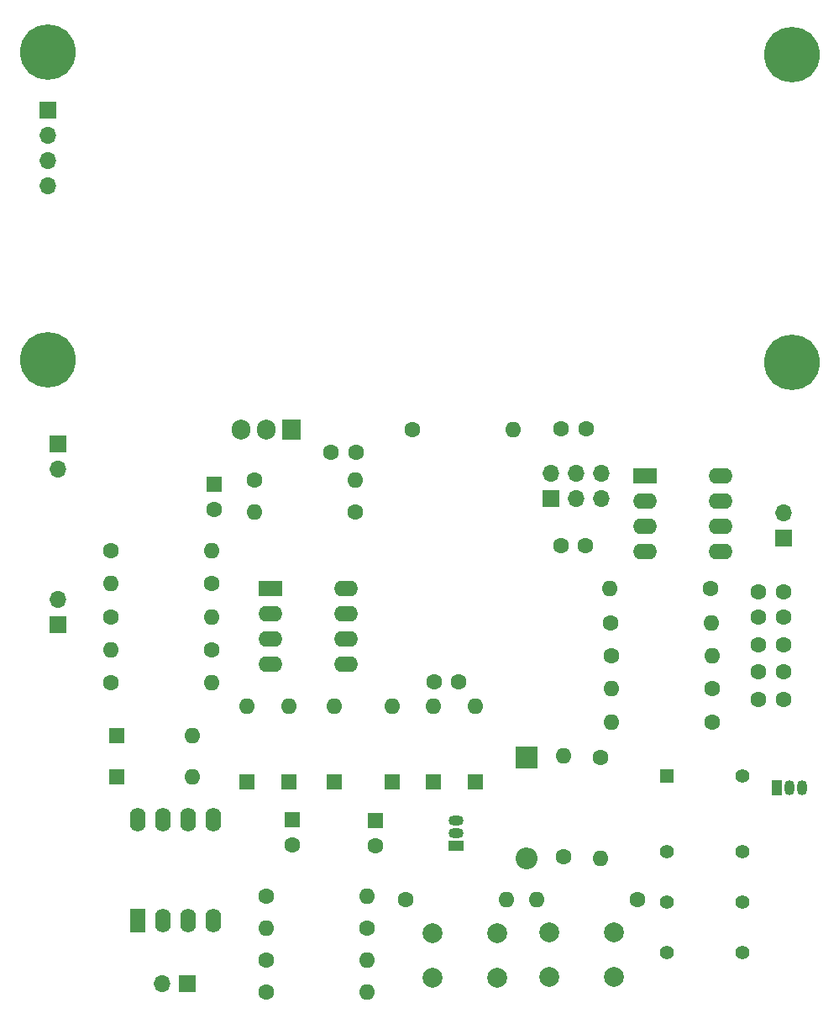
<source format=gbr>
%TF.GenerationSoftware,KiCad,Pcbnew,7.0.6*%
%TF.CreationDate,2023-07-25T17:39:36+01:00*%
%TF.ProjectId,Coursework,436f7572-7365-4776-9f72-6b2e6b696361,rev?*%
%TF.SameCoordinates,Original*%
%TF.FileFunction,Soldermask,Bot*%
%TF.FilePolarity,Negative*%
%FSLAX46Y46*%
G04 Gerber Fmt 4.6, Leading zero omitted, Abs format (unit mm)*
G04 Created by KiCad (PCBNEW 7.0.6) date 2023-07-25 17:39:36*
%MOMM*%
%LPD*%
G01*
G04 APERTURE LIST*
%ADD10R,1.700000X1.700000*%
%ADD11O,1.700000X1.700000*%
%ADD12C,1.600000*%
%ADD13O,1.600000X1.600000*%
%ADD14R,1.500000X1.050000*%
%ADD15O,1.500000X1.050000*%
%ADD16R,1.600000X1.600000*%
%ADD17C,5.600000*%
%ADD18R,1.600000X2.400000*%
%ADD19O,1.600000X2.400000*%
%ADD20R,1.050000X1.500000*%
%ADD21O,1.050000X1.500000*%
%ADD22R,2.400000X1.600000*%
%ADD23O,2.400000X1.600000*%
%ADD24R,1.905000X2.000000*%
%ADD25O,1.905000X2.000000*%
%ADD26C,2.000000*%
%ADD27R,2.200000X2.200000*%
%ADD28O,2.200000X2.200000*%
%ADD29R,1.400000X1.400000*%
%ADD30C,1.400000*%
G04 APERTURE END LIST*
D10*
%TO.C,J7*%
X141720000Y-88400000D03*
D11*
X141720000Y-85860000D03*
X144260000Y-88400000D03*
X144260000Y-85860000D03*
X146800000Y-88400000D03*
X146800000Y-85860000D03*
%TD*%
D12*
%TO.C,C4*%
X145200000Y-93200000D03*
X142700000Y-93200000D03*
%TD*%
%TO.C,R2*%
X150480000Y-128800000D03*
D13*
X140320000Y-128800000D03*
%TD*%
D12*
%TO.C,R21*%
X107480000Y-103700000D03*
D13*
X97320000Y-103700000D03*
%TD*%
D14*
%TO.C,U5*%
X132160000Y-123370000D03*
D15*
X132160000Y-122100000D03*
X132160000Y-120830000D03*
%TD*%
D10*
%TO.C,J3*%
X92000000Y-101125000D03*
D11*
X92000000Y-98585000D03*
%TD*%
D16*
%TO.C,D7*%
X115300000Y-117000000D03*
D13*
X115300000Y-109380000D03*
%TD*%
D10*
%TO.C,J2*%
X92000000Y-82925000D03*
D11*
X92000000Y-85465000D03*
%TD*%
D16*
%TO.C,D1*%
X97990000Y-116500000D03*
D13*
X105610000Y-116500000D03*
%TD*%
D10*
%TO.C,J4*%
X105100000Y-137300000D03*
D11*
X102560000Y-137300000D03*
%TD*%
D12*
%TO.C,R20*%
X158000000Y-111000000D03*
D13*
X147840000Y-111000000D03*
%TD*%
D17*
%TO.C,REF\u002A\u002A*%
X91000000Y-43500000D03*
%TD*%
D12*
%TO.C,C5*%
X129950000Y-106900000D03*
X132450000Y-106900000D03*
%TD*%
%TO.C,R7*%
X97380000Y-93650000D03*
D13*
X107540000Y-93650000D03*
%TD*%
D12*
%TO.C,R11*%
X146700000Y-114520000D03*
D13*
X146700000Y-124680000D03*
%TD*%
D18*
%TO.C,U4*%
X100100000Y-130975000D03*
D19*
X102640000Y-130975000D03*
X105180000Y-130975000D03*
X107720000Y-130975000D03*
X107720000Y-120815000D03*
X105180000Y-120815000D03*
X102640000Y-120815000D03*
X100100000Y-120815000D03*
%TD*%
D16*
%TO.C,D3*%
X129900000Y-117000000D03*
D13*
X129900000Y-109380000D03*
%TD*%
D16*
%TO.C,D2*%
X97990000Y-112300000D03*
D13*
X105610000Y-112300000D03*
%TD*%
D20*
%TO.C,Q1*%
X164460000Y-117600000D03*
D21*
X165730000Y-117600000D03*
X167000000Y-117600000D03*
%TD*%
D12*
%TO.C,C11*%
X162650000Y-100400000D03*
X165150000Y-100400000D03*
%TD*%
%TO.C,C12*%
X162650000Y-97800000D03*
X165150000Y-97800000D03*
%TD*%
D16*
%TO.C,D6*%
X111100000Y-117000000D03*
D13*
X111100000Y-109380000D03*
%TD*%
D17*
%TO.C,REF\u002A\u002A*%
X166000000Y-74750000D03*
%TD*%
D16*
%TO.C,D9*%
X125700000Y-117000000D03*
D13*
X125700000Y-109380000D03*
%TD*%
D12*
%TO.C,C15*%
X165150000Y-103200000D03*
X162650000Y-103200000D03*
%TD*%
%TO.C,R14*%
X113020000Y-134900000D03*
D13*
X123180000Y-134900000D03*
%TD*%
D17*
%TO.C,REF\u002A\u002A*%
X166000000Y-43750000D03*
%TD*%
D22*
%TO.C,U1*%
X113475000Y-97500000D03*
D23*
X113475000Y-100040000D03*
X113475000Y-102580000D03*
X113475000Y-105120000D03*
X121095000Y-105120000D03*
X121095000Y-102580000D03*
X121095000Y-100040000D03*
X121095000Y-97500000D03*
%TD*%
D22*
%TO.C,U2*%
X151215000Y-86120000D03*
D23*
X151215000Y-88660000D03*
X151215000Y-91200000D03*
X151215000Y-93740000D03*
X158835000Y-93740000D03*
X158835000Y-91200000D03*
X158835000Y-88660000D03*
X158835000Y-86120000D03*
%TD*%
D24*
%TO.C,U3*%
X115580000Y-81500000D03*
D25*
X113040000Y-81500000D03*
X110500000Y-81500000D03*
%TD*%
D12*
%TO.C,R15*%
X123180000Y-131700000D03*
D13*
X113020000Y-131700000D03*
%TD*%
D12*
%TO.C,R16*%
X97320000Y-107000000D03*
D13*
X107480000Y-107000000D03*
%TD*%
D12*
%TO.C,R4*%
X111840000Y-86600000D03*
D13*
X122000000Y-86600000D03*
%TD*%
D10*
%TO.C,J1*%
X91025000Y-49300000D03*
D11*
X91025000Y-51840000D03*
X91025000Y-54380000D03*
X91025000Y-56920000D03*
%TD*%
D26*
%TO.C,SW1*%
X129780000Y-132200000D03*
X136280000Y-132200000D03*
X129780000Y-136700000D03*
X136280000Y-136700000D03*
%TD*%
D12*
%TO.C,R6*%
X97320000Y-100400000D03*
D13*
X107480000Y-100400000D03*
%TD*%
D16*
%TO.C,C7*%
X107800000Y-87000000D03*
D12*
X107800000Y-89500000D03*
%TD*%
D10*
%TO.C,J6*%
X165200000Y-92460000D03*
D11*
X165200000Y-89920000D03*
%TD*%
D12*
%TO.C,R3*%
X127720000Y-81500000D03*
D13*
X137880000Y-81500000D03*
%TD*%
D16*
%TO.C,D8*%
X119900000Y-117000000D03*
D13*
X119900000Y-109380000D03*
%TD*%
D16*
%TO.C,C8*%
X115660000Y-120794888D03*
D12*
X115660000Y-123294888D03*
%TD*%
%TO.C,R12*%
X113020000Y-128500000D03*
D13*
X123180000Y-128500000D03*
%TD*%
D12*
%TO.C,R10*%
X147740000Y-101000000D03*
D13*
X157900000Y-101000000D03*
%TD*%
D12*
%TO.C,C1*%
X142750000Y-81400000D03*
X145250000Y-81400000D03*
%TD*%
%TO.C,R19*%
X157980000Y-107600000D03*
D13*
X147820000Y-107600000D03*
%TD*%
D12*
%TO.C,R18*%
X147840000Y-104300000D03*
D13*
X158000000Y-104300000D03*
%TD*%
D12*
%TO.C,R8*%
X107480000Y-97000000D03*
D13*
X97320000Y-97000000D03*
%TD*%
D12*
%TO.C,R13*%
X113020000Y-138100000D03*
D13*
X123180000Y-138100000D03*
%TD*%
D16*
%TO.C,D4*%
X134100000Y-117000000D03*
D13*
X134100000Y-109380000D03*
%TD*%
D27*
%TO.C,D5*%
X139300000Y-114520000D03*
D28*
X139300000Y-124680000D03*
%TD*%
D29*
%TO.C,K1*%
X153380000Y-116380000D03*
D30*
X153380000Y-124000000D03*
X153380000Y-129080000D03*
X153380000Y-134160000D03*
X161000000Y-134160000D03*
X161000000Y-129080000D03*
X161000000Y-124000000D03*
X161000000Y-116380000D03*
%TD*%
D12*
%TO.C,R9*%
X143000000Y-124480000D03*
D13*
X143000000Y-114320000D03*
%TD*%
D12*
%TO.C,R5*%
X122000000Y-89800000D03*
D13*
X111840000Y-89800000D03*
%TD*%
D12*
%TO.C,C13*%
X162650000Y-108700000D03*
X165150000Y-108700000D03*
%TD*%
%TO.C,R1*%
X127120000Y-128800000D03*
D13*
X137280000Y-128800000D03*
%TD*%
D17*
%TO.C,REF\u002A\u002A*%
X91000000Y-74500000D03*
%TD*%
D12*
%TO.C,C14*%
X162650000Y-105900000D03*
X165150000Y-105900000D03*
%TD*%
%TO.C,C6*%
X122050000Y-83800000D03*
X119550000Y-83800000D03*
%TD*%
%TO.C,R17*%
X157800000Y-97500000D03*
D13*
X147640000Y-97500000D03*
%TD*%
D16*
%TO.C,C9*%
X124000000Y-120900000D03*
D12*
X124000000Y-123400000D03*
%TD*%
D26*
%TO.C,SW2*%
X141550000Y-132150000D03*
X148050000Y-132150000D03*
X141550000Y-136650000D03*
X148050000Y-136650000D03*
%TD*%
M02*

</source>
